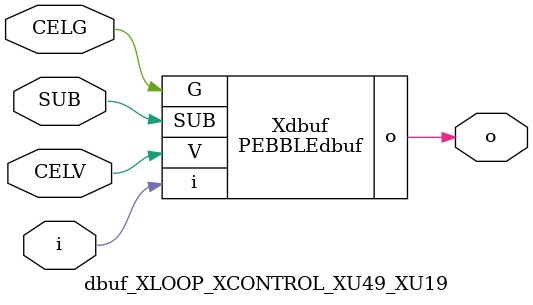
<source format=v>



module PEBBLEdbuf ( o, G, SUB, V, i );

  input V;
  input i;
  input G;
  output o;
  input SUB;
endmodule

//Celera Confidential Do Not Copy dbuf_XLOOP_XCONTROL_XU49_XU19
//Celera Confidential Symbol Generator
//Digital Buffer
module dbuf_XLOOP_XCONTROL_XU49_XU19 (CELV,CELG,i,o,SUB);
input CELV;
input CELG;
input i;
input SUB;
output o;

//Celera Confidential Do Not Copy dbuf
PEBBLEdbuf Xdbuf(
.V (CELV),
.i (i),
.o (o),
.SUB (SUB),
.G (CELG)
);
//,diesize,PEBBLEdbuf

//Celera Confidential Do Not Copy Module End
//Celera Schematic Generator
endmodule

</source>
